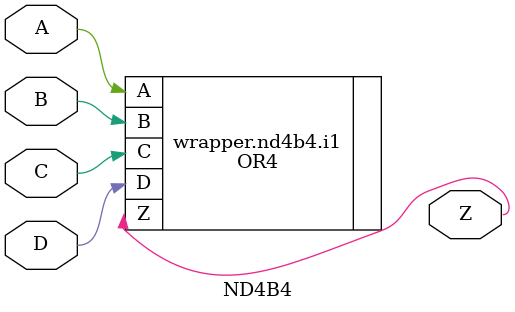
<source format=v>
`resetall
`timescale 1 ns / 100 ps

/* Created by DB2VERILOG Version 1.0.1.1 on Sat May 14 10:40:08 1994 */
/* module compiled from "lsl2db 3.6.4" run */


`celldefine
module ND4B4 (A, B, C, D, Z);
input  A, B, C, D;
output Z;
OR4  \wrapper.nd4b4.i1 (.A(A), .B(B), .C(C), .D(D), .Z(Z));

endmodule 
`endcelldefine

</source>
